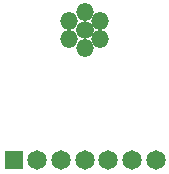
<source format=gbs>
G04 #@! TF.FileFunction,Soldermask,Bot*
%FSLAX46Y46*%
G04 Gerber Fmt 4.6, Leading zero omitted, Abs format (unit mm)*
G04 Created by KiCad (PCBNEW 4.0.7-e2-6376~58~ubuntu16.04.1) date Mon Mar 11 22:55:11 2019*
%MOMM*%
%LPD*%
G01*
G04 APERTURE LIST*
%ADD10C,0.100000*%
%ADD11O,1.500000X1.500000*%
%ADD12C,1.500000*%
%ADD13R,1.650000X1.650000*%
%ADD14C,1.650000*%
G04 APERTURE END LIST*
D10*
D11*
X152000000Y-105500000D03*
X150700962Y-106250000D03*
X150700962Y-107749999D03*
X152000000Y-108500000D03*
X153299038Y-107750000D03*
X153299038Y-106250000D03*
D12*
X152000000Y-107000000D03*
D13*
X146000000Y-118000000D03*
D14*
X148000000Y-118000000D03*
X150000000Y-118000000D03*
X152000000Y-118000000D03*
X154000000Y-118000000D03*
X156000000Y-118000000D03*
X158000000Y-118000000D03*
M02*

</source>
